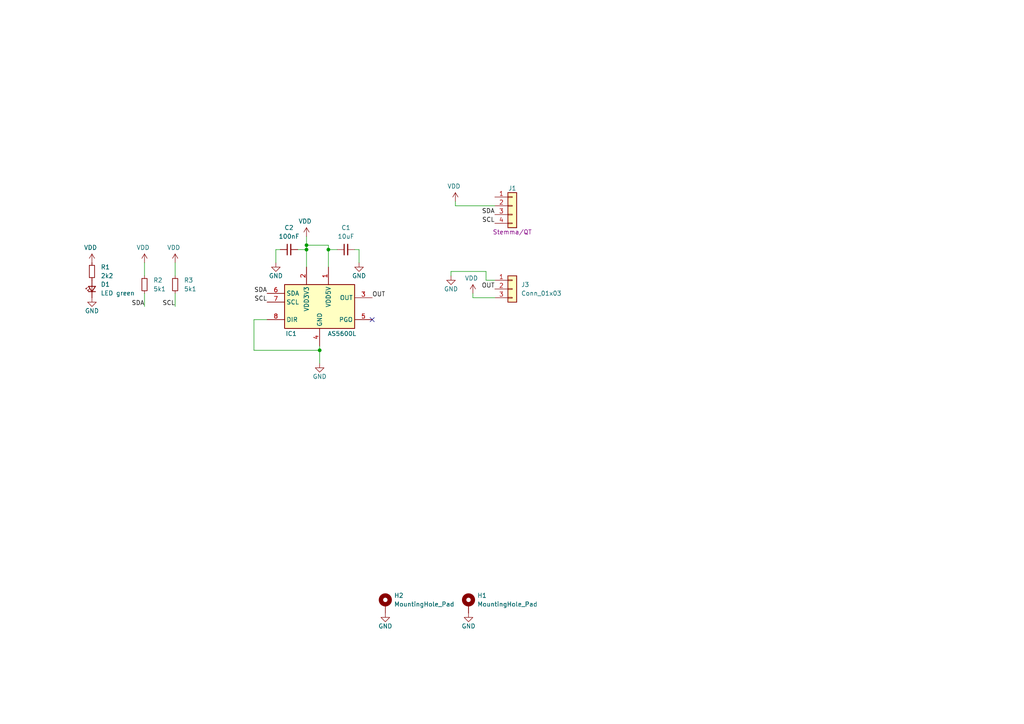
<source format=kicad_sch>
(kicad_sch (version 20231120) (generator "eeschema") (generator_version "8.0")
  (paper "A4")
  (lib_symbols
    (symbol "Connector_Generic:Conn_01x03" (pin_names (offset 1.016) hide)
      (property "Reference" "J" (at 0 5.08 0))
      (property "Value" "Conn_01x03" (at 0 -5.08 0))
      (symbol "Conn_01x03_1_1"
        (rectangle (start -1.27 -2.413) (end 0 -2.667) (stroke (width 0.1524)))
        (rectangle (start -1.27 0.127) (end 0 -0.127) (stroke (width 0.1524)))
        (rectangle (start -1.27 2.667) (end 0 2.413) (stroke (width 0.1524)))
        (rectangle (start -1.27 3.81) (end 1.27 -3.81) (stroke (width 0.254)) (fill (type background)))
        (pin passive line (at -5.08 2.54 0) (length 3.81) (name "Pin_1") (number "1"))
        (pin passive line (at -5.08 0 0) (length 3.81) (name "Pin_2") (number "2"))
        (pin passive line (at -5.08 -2.54 0) (length 3.81) (name "Pin_3") (number "3"))
      )
    )
    (symbol "Connector_Generic:Conn_01x04" (pin_names (offset 1.016) hide)
      (property "Reference" "J" (at 0 5.08 0))
      (property "Value" "Conn_01x04" (at 0 -7.62 0))
      (symbol "Conn_01x04_1_1"
        (rectangle (start -1.27 -4.953) (end 0 -5.207) (stroke (width 0.1524)))
        (rectangle (start -1.27 -2.413) (end 0 -2.667) (stroke (width 0.1524)))
        (rectangle (start -1.27 0.127) (end 0 -0.127) (stroke (width 0.1524)))
        (rectangle (start -1.27 2.667) (end 0 2.413) (stroke (width 0.1524)))
        (rectangle (start -1.27 3.81) (end 1.27 -6.35) (stroke (width 0.254)) (fill (type background)))
        (pin passive line (at -5.08 2.54 0) (length 3.81) (name "Pin_1") (number "1"))
        (pin passive line (at -5.08 0 0) (length 3.81) (name "Pin_2") (number "2"))
        (pin passive line (at -5.08 -2.54 0) (length 3.81) (name "Pin_3") (number "3"))
        (pin passive line (at -5.08 -5.08 0) (length 3.81) (name "Pin_4") (number "4"))
      )
    )
    (symbol "Device:C_Small" (pin_numbers hide) (pin_names (offset 0.254) hide)
      (property "Reference" "C" (at 0.254 1.778 0))
      (property "Value" "C_Small" (at 0.254 -2.032 0))
      (symbol "C_Small_0_1"
        (polyline (pts (xy -1.524 -0.508) (xy 1.524 -0.508)) (stroke (width 0.3302)))
        (polyline (pts (xy -1.524 0.508) (xy 1.524 0.508)) (stroke (width 0.3048)))
      )
      (symbol "C_Small_1_1"
        (pin passive line (at 0 2.54 270) (length 2.032) (name "~") (number "1"))
        (pin passive line (at 0 -2.54 90) (length 2.032) (name "~") (number "2"))
      )
    )
    (symbol "Device:LED_Small" (pin_numbers hide) (pin_names (offset 0.254) hide)
      (property "Reference" "D" (at -1.27 3.175 0))
      (property "Value" "LED_Small" (at -4.445 -2.54 0))
      (symbol "LED_Small_0_1"
        (polyline (pts (xy -0.762 -1.016) (xy -0.762 1.016)) (stroke (width 0.254)))
        (polyline (pts (xy 1.016 0) (xy -0.762 0)))
        (polyline (pts (xy 0.762 -1.016) (xy -0.762 0) (xy 0.762 1.016) (xy 0.762 -1.016)) (stroke (width 0.254)))
        (polyline (pts (xy 0 0.762) (xy -0.508 1.27) (xy -0.254 1.27) (xy -0.508 1.27) (xy -0.508 1.016)))
        (polyline (pts (xy 0.508 1.27) (xy 0 1.778) (xy 0.254 1.778) (xy 0 1.778) (xy 0 1.524)))
      )
      (symbol "LED_Small_1_1"
        (pin passive line (at -2.54 0 0) (length 1.778) (name "K") (number "1"))
        (pin passive line (at 2.54 0 180) (length 1.778) (name "A") (number "2"))
      )
    )
    (symbol "Device:R_Small" (pin_numbers hide) (pin_names (offset 0.254) hide)
      (property "Reference" "R" (at 0.762 0.508 0))
      (property "Value" "R_Small" (at 0.762 -1.016 0))
      (symbol "R_Small_0_1"
        (rectangle (start -0.762 1.778) (end 0.762 -1.778) (stroke (width 0.2032)))
      )
      (symbol "R_Small_1_1"
        (pin passive line (at 0 2.54 270) (length 0.762) (name "~") (number "1"))
        (pin passive line (at 0 -2.54 90) (length 0.762) (name "~") (number "2"))
      )
    )
    (symbol "Mechanical:MountingHole_Pad" (pin_numbers hide) (pin_names (offset 1.016) hide) (exclude_from_sim yes) (in_bom no)
      (property "Reference" "H" (at 0 6.35 0))
      (property "Value" "MountingHole_Pad" (at 0 4.445 0))
      (symbol "MountingHole_Pad_0_1"
        (circle (center 0 1.27) (radius 1.27) (stroke (width 1.27)))
      )
      (symbol "MountingHole_Pad_1_1"
        (pin input line (at 0 -2.54 90) (length 2.54) (name "1") (number "1"))
      )
    )
    (symbol "power:GND" (power) (pin_names (offset 0))
      (property "Value" "GND" (at 0 -3.81 0))
      (symbol "GND_0_1"
        (polyline (pts (xy 0 0) (xy 0 -1.27) (xy 1.27 -1.27) (xy 0 -2.54) (xy -1.27 -1.27) (xy 0 -1.27)))
      )
      (symbol "GND_1_1"
        (pin power_in line (at 0 0 270) (length 0) hide (name "GND") (number "1"))
      )
    )
    (symbol "power:VDD" (power) (pin_names (offset 0))
      (property "Value" "VDD" (at 0 3.81 0))
      (symbol "VDD_0_1"
        (polyline (pts (xy -0.762 1.27) (xy 0 2.54)))
        (polyline (pts (xy 0 0) (xy 0 2.54)))
        (polyline (pts (xy 0 2.54) (xy 0.762 1.27)))
      )
      (symbol "VDD_1_1"
        (pin power_in line (at 0 0 90) (length 0) hide (name "VDD") (number "1"))
      )
    )
    (symbol "runger:AS5600L-ASOM"
      (property "Reference" "IC" (at 26.67 7.62 0))
      (property "Value" "AS5600L" (at 17.272 -10.668 0))
      (symbol "AS5600L-ASOM_1_1"
        (rectangle (start 5.08 2.54) (end 25.4 -10.16) (stroke (width 0.254)) (fill (type background)))
        (pin passive line (at 17.78 7.62 270) (length 5.08) (name "VDD5V") (number "1"))
        (pin passive line (at 11.43 7.62 270) (length 5.08) (name "VDD3V3") (number "2"))
        (pin passive line (at 30.48 -1.27 180) (length 5.08) (name "OUT") (number "3"))
        (pin passive line (at 15.24 -15.24 90) (length 5.08) (name "GND") (number "4"))
        (pin passive line (at 30.48 -7.62 180) (length 5.08) (name "PGO") (number "5"))
        (pin passive line (at 0 0 0) (length 5.08) (name "SDA") (number "6"))
        (pin passive line (at 0 -2.54 0) (length 5.08) (name "SCL") (number "7"))
        (pin passive line (at 0 -7.62 0) (length 5.08) (name "DIR") (number "8"))
      )
    )
  )
  (junction (at 88.9 72.39))
  (junction (at 88.9 71.12))
  (junction (at 95.25 72.39))
  (junction (at 92.71 101.6))
  (no_connect (at 107.95 92.71))
  (wire (pts (xy 137.16 86.36) (xy 143.51 86.36)))
  (wire (pts (xy 73.66 92.71) (xy 73.66 101.6)))
  (wire (pts (xy 130.81 80.01) (xy 130.81 78.74)))
  (wire (pts (xy 41.91 76.2) (xy 41.91 80.01)))
  (wire (pts (xy 95.25 72.39) (xy 97.79 72.39)))
  (wire (pts (xy 88.9 72.39) (xy 88.9 77.47)))
  (wire (pts (xy 95.25 71.12) (xy 95.25 72.39)))
  (wire (pts (xy 137.16 85.09) (xy 137.16 86.36)))
  (wire (pts (xy 50.8 85.09) (xy 50.8 88.9)))
  (wire (pts (xy 95.25 72.39) (xy 95.25 77.47)))
  (wire (pts (xy 50.8 76.2) (xy 50.8 80.01)))
  (wire (pts (xy 88.9 71.12) (xy 88.9 72.39)))
  (wire (pts (xy 86.36 72.39) (xy 88.9 72.39)))
  (wire (pts (xy 73.66 101.6) (xy 92.71 101.6)))
  (wire (pts (xy 140.97 78.74) (xy 140.97 81.28)))
  (wire (pts (xy 92.71 101.6) (xy 92.71 105.41)))
  (wire (pts (xy 104.14 72.39) (xy 104.14 76.2)))
  (wire (pts (xy 77.47 92.71) (xy 73.66 92.71)))
  (wire (pts (xy 132.08 59.69) (xy 143.51 59.69)))
  (wire (pts (xy 88.9 68.58) (xy 88.9 71.12)))
  (wire (pts (xy 140.97 81.28) (xy 143.51 81.28)))
  (wire (pts (xy 80.01 72.39) (xy 80.01 76.2)))
  (wire (pts (xy 92.71 101.6) (xy 92.71 100.33)))
  (wire (pts (xy 41.91 85.09) (xy 41.91 88.9)))
  (wire (pts (xy 132.08 58.42) (xy 132.08 59.69)))
  (wire (pts (xy 81.28 72.39) (xy 80.01 72.39)))
  (wire (pts (xy 102.87 72.39) (xy 104.14 72.39)))
  (wire (pts (xy 95.25 71.12) (xy 88.9 71.12)))
  (wire (pts (xy 130.81 78.74) (xy 140.97 78.74)))
  (label "SDA" (at 41.91 88.9 180))
  (label "SDA" (at 77.47 85.09 180))
  (label "SCL" (at 50.8 88.9 180))
  (label "OUT" (at 107.95 86.36 0))
  (label "OUT" (at 143.51 83.82 180))
  (label "SCL" (at 77.47 87.63 180))
  (label "SCL" (at 143.51 64.77 180))
  (label "SDA" (at 143.51 62.23 180))
  (symbol (lib_id "power:VDD") (at 26.67 76.2 0) (mirror y) (unit 1)
    (property "Reference" "#PWR05" (effects (hide yes)))
    (property "Value" "VDD" (at 26.2382 71.8058 0))
  )
  (symbol (lib_id "power:VDD") (at 132.08 58.42 0) (mirror y) (unit 1)
    (property "Reference" "#PWR01" (effects (hide yes)))
    (property "Value" "VDD" (at 131.6482 54.0258 0))
  )
  (symbol (lib_id "power:GND") (at 104.14 76.2 0) (mirror y) (unit 1)
    (property "Reference" "#PWR07" (effects (hide yes)))
    (property "Value" "GND" (at 104.14 80.01 0))
  )
  (symbol (lib_id "Connector_Generic:Conn_01x04") (at 148.59 59.69 0) (unit 1)
    (property "Reference" "J1" (at 148.59 54.61 0))
    (property "Value" "Conn_01x04" (effects (hide yes)))
    (property "Footprint" "Connector_JST:JST_SH_SM04B-SRSS-TB_1x04-1MP_P1.00mm_Horizontal" (effects (hide yes)))
    (property "Manu" "JST" (effects (hide yes)))
    (property "Part" "SH_SM04B-SRSS-TB_1x04-1MP" (effects (hide yes)))
    (property "Port" "Stemma/QT" (at 148.59 67.31 0))
  )
  (symbol (lib_id "Device:C_Small") (at 100.33 72.39 90) (unit 1)
    (property "Reference" "C1" (at 100.3363 66.04 90))
    (property "Value" "10uF" (at 100.3363 68.58 90))
    (property "Footprint" "Capacitor_SMD:C_0603_1608Metric" (effects (hide yes)))
    (property "Description" "Unpolarized capacitor, small symbol" (effects (hide yes)))
  )
  (symbol (lib_id "Mechanical:MountingHole_Pad") (at 111.76 175.26 0) (unit 1) (exclude_from_sim yes) (in_bom no)
    (property "Reference" "H2" (at 114.3 172.7199 0) (effects (justify left)))
    (property "Value" "MountingHole_Pad" (at 114.3 175.2599 0) (effects (justify left)))
    (property "Footprint" "MountingHole:MountingHole_2.2mm_M2_ISO7380_Pad" (effects (hide yes)))
    (property "Description" "Mounting Hole with connection" (effects (hide yes)))
  )
  (symbol (lib_id "power:GND") (at 111.76 177.8 0) (mirror y) (unit 1)
    (property "Reference" "#PWR012" (effects (hide yes)))
    (property "Value" "GND" (at 111.76 181.61 0))
  )
  (symbol (lib_id "Device:C_Small") (at 83.82 72.39 90) (unit 1)
    (property "Reference" "C2" (at 83.8263 66.04 90))
    (property "Value" "100nF" (at 83.8263 68.58 90))
    (property "Footprint" "Capacitor_SMD:C_0603_1608Metric" (effects (hide yes)))
    (property "Description" "Unpolarized capacitor, small symbol" (effects (hide yes)))
  )
  (symbol (lib_id "power:GND") (at 135.89 177.8 0) (mirror y) (unit 1)
    (property "Reference" "#PWR013" (effects (hide yes)))
    (property "Value" "GND" (at 135.89 181.61 0))
  )
  (symbol (lib_id "power:GND") (at 80.01 76.2 0) (mirror y) (unit 1)
    (property "Reference" "#PWR08" (effects (hide yes)))
    (property "Value" "GND" (at 80.01 80.01 0))
  )
  (symbol (lib_id "Device:LED_Small") (at 26.67 83.82 90) (unit 1)
    (property "Reference" "D1" (at 29.21 82.4864 90) (effects (justify right)))
    (property "Value" "LED green" (at 29.21 85.0264 90) (effects (justify right)))
    (property "Footprint" "LED_SMD:LED_0603_1608Metric" (effects (hide yes)))
    (property "Description" "Light emitting diode, small symbol" (effects (hide yes)))
  )
  (symbol (lib_id "Device:R_Small") (at 50.8 82.55 0) (unit 1)
    (property "Reference" "R3" (at 53.34 81.2799 0) (effects (justify left)))
    (property "Value" "5k1" (at 53.34 83.8199 0) (effects (justify left)))
    (property "Footprint" "Resistor_SMD:R_0603_1608Metric" (effects (hide yes)))
    (property "Description" "Resistor, small symbol" (effects (hide yes)))
  )
  (symbol (lib_id "power:VDD") (at 137.16 85.09 0) (mirror y) (unit 1)
    (property "Reference" "#PWR010" (effects (hide yes)))
    (property "Value" "VDD" (at 136.7282 80.6958 0))
  )
  (symbol (lib_id "power:GND") (at 130.81 80.01 0) (mirror y) (unit 1)
    (property "Reference" "#PWR011" (effects (hide yes)))
    (property "Value" "GND" (at 130.81 83.82 0))
  )
  (symbol (lib_id "Connector_Generic:Conn_01x03") (at 148.59 83.82 0) (unit 1)
    (property "Reference" "J3" (at 151.13 82.5499 0) (effects (justify left)))
    (property "Value" "Conn_01x03" (at 151.13 85.0899 0) (effects (justify left)))
    (property "Footprint" "Connector_PinHeader_2.54mm:PinHeader_1x03_P2.54mm_Vertical" (effects (hide yes)))
    (property "Description" "Generic connector, single row, 01x03, script generated (kicad-library-utils/schlib/autogen/connector/)" (effects (hide yes)))
  )
  (symbol (lib_id "power:GND") (at 26.67 86.36 0) (mirror y) (unit 1)
    (property "Reference" "#PWR06" (effects (hide yes)))
    (property "Value" "GND" (at 26.67 90.17 0))
  )
  (symbol (lib_id "Device:R_Small") (at 41.91 82.55 0) (unit 1)
    (property "Reference" "R2" (at 44.45 81.2799 0) (effects (justify left)))
    (property "Value" "5k1" (at 44.45 83.8199 0) (effects (justify left)))
    (property "Footprint" "Resistor_SMD:R_0603_1608Metric" (effects (hide yes)))
    (property "Description" "Resistor, small symbol" (effects (hide yes)))
  )
  (symbol (lib_id "runger:AS5600L-ASOM") (at 77.47 85.09 0) (unit 1)
    (property "Reference" "IC1" (at 82.804 96.774 0) (effects (justify left)))
    (property "Value" "AS5600L" (at 94.996 96.774 0) (effects (justify left)))
    (property "Footprint" "Package_SO:SOIC-8_3.9x4.9mm_P1.27mm" (effects (hide yes)))
    (property "Description" "Board Mount Motion & Position Sensors AS5600L-ASOM SOIC8 LF T&RDP" (effects (hide yes)))
    (property "Height" "1.75" (effects (hide yes)))
    (property "Manu" "ams OSRAM" (effects (hide yes)))
    (property "Part" "AS5600L-ASOM" (effects (hide yes)))
  )
  (symbol (lib_id "Mechanical:MountingHole_Pad") (at 135.89 175.26 0) (unit 1) (exclude_from_sim yes) (in_bom no)
    (property "Reference" "H1" (at 138.43 172.7199 0) (effects (justify left)))
    (property "Value" "MountingHole_Pad" (at 138.43 175.2599 0) (effects (justify left)))
    (property "Footprint" "MountingHole:MountingHole_2.2mm_M2_ISO7380_Pad" (effects (hide yes)))
    (property "Description" "Mounting Hole with connection" (effects (hide yes)))
  )
  (symbol (lib_id "power:VDD") (at 88.9 68.58 0) (mirror y) (unit 1)
    (property "Reference" "#PWR09" (effects (hide yes)))
    (property "Value" "VDD" (at 88.4682 64.1858 0))
  )
  (symbol (lib_id "power:VDD") (at 50.8 76.2 0) (mirror y) (unit 1)
    (property "Reference" "#PWR04" (effects (hide yes)))
    (property "Value" "VDD" (at 50.3682 71.8058 0))
  )
  (symbol (lib_id "power:GND") (at 92.71 105.41 0) (mirror y) (unit 1)
    (property "Reference" "#PWR02" (effects (hide yes)))
    (property "Value" "GND" (at 92.71 109.22 0))
  )
  (symbol (lib_id "Device:R_Small") (at 26.67 78.74 0) (unit 1)
    (property "Reference" "R1" (at 29.21 77.4699 0) (effects (justify left)))
    (property "Value" "2k2" (at 29.21 80.0099 0) (effects (justify left)))
    (property "Footprint" "Resistor_SMD:R_0603_1608Metric" (effects (hide yes)))
    (property "Description" "Resistor, small symbol" (effects (hide yes)))
  )
  (symbol (lib_id "power:VDD") (at 41.91 76.2 0) (mirror y) (unit 1)
    (property "Reference" "#PWR03" (effects (hide yes)))
    (property "Value" "VDD" (at 41.4782 71.8058 0))
  )
)
</source>
